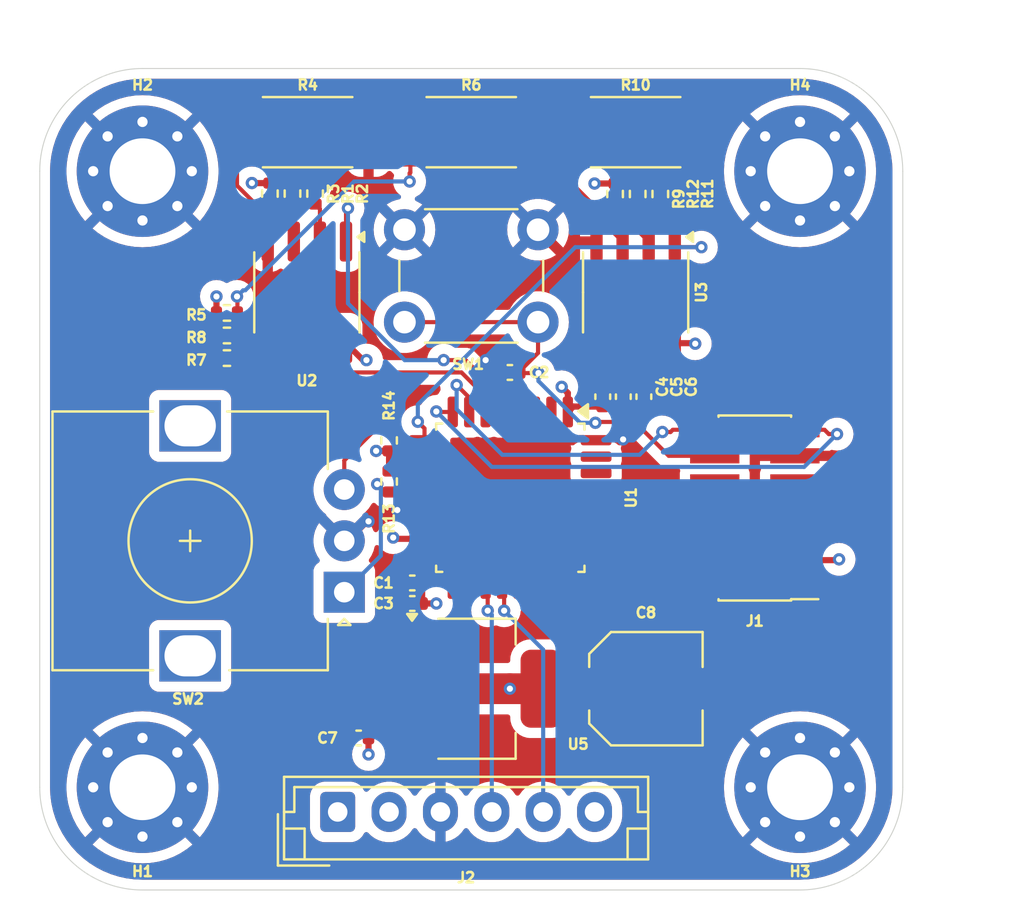
<source format=kicad_pcb>
(kicad_pcb (version 20240108) (generator "pcbnew") (generator_version "8.0")
  (layers (0 "F.Cu" signal) (1 "In1.Cu" signal) (2 "In2.Cu" signal) (31 "B.Cu" signal) (34 "B.Paste" user) (35 "F.Paste" user) (36 "B.SilkS" user "B.Silkscreen") (37 "F.SilkS" user "F.Silkscreen") (38 "B.Mask" user) (39 "F.Mask" user) (44 "Edge.Cuts" user))
  (net 0 "")
  (net 1 "GND")
  (net 2 "+3.3V")
  (net 3 "NRST")
  (net 4 "+5V")
  (net 6 "UART2_DEBUG_RX")
  (net 7 "SWDIO")
  (net 11 "UART2_DEBUG_TX")
  (net 13 "SWCLK")
  (net 15 "UART1_HC05_RX")
  (net 17 "UART1_HC05_TX")
  (net 18 "Net-(U2A--)")
  (net 19 "Net-(U2A-+)")
  (net 20 "Net-(U2B-+)")
  (net 21 "Net-(U2B--)")
  (net 22 "Net-(U3A-+)")
  (net 23 "Net-(U3A--)")
  (net 24 "CLK")
  (net 25 "DT")
  (net 32 "GPIO1")
  (net 40 "GPIO3")
  (net 41 "GPIO2")
  (footprint "Capacitor_SMD:C_0402_1005Metric" (layer "F.Cu") (at 124.4 80.98 90)
    (property "Reference" "C6" (at 0.48 2.3 90) (layer "F.SilkS") (effects (font (size 0.5 0.5) (thickness 0.125))))
    (property "Value" "100n")
    (pad "1" smd roundrect (at -0.48 0 90) (size 0.56 0.62) (layers "F.Cu" "F.Paste" "F.Mask") (net 2 "+3.3V"))
    (pad "2" smd roundrect (at 0.48 0 90) (size 0.56 0.62) (layers "F.Cu" "F.Paste" "F.Mask") (net 1 "GND"))
  )
  (footprint "Package_TO_SOT_SMD:SOT-223-3_TabPin2" (layer "F.Cu") (at 116.25 95.2)
    (property "Reference" "U5" (at 4.95 2.7 0) (layer "F.SilkS") (effects (font (size 0.5 0.5) (thickness 0.125))))
    (property "Value" "AZ1117-3.3")
    (pad "1" smd roundrect (at -3.15 -2.3) (size 2 1.5) (layers "F.Cu" "F.Paste" "F.Mask") (net 1 "GND"))
    (pad "2" smd roundrect (at -3.15 0) (size 2 1.5) (layers "F.Cu" "F.Paste" "F.Mask") (net 2 "+3.3V"))
    (pad "2" smd roundrect (at 3.15 0) (size 2 3.8) (layers "F.Cu" "F.Paste" "F.Mask") (net 2 "+3.3V"))
    (pad "3" smd roundrect (at -3.15 2.3) (size 2 1.5) (layers "F.Cu" "F.Paste" "F.Mask") (net 4 "+5V"))
  )
  (footprint "Button_Switch_THT:SW_PUSH_6mm_H9.5mm" (layer "F.Cu") (at 119.25 77.35 180)
    (property "Reference" "SW1" (at 3.4 -2.05 180) (layer "F.SilkS") (effects (font (size 0.5 0.5) (thickness 0.125))))
    (property "Value" "SW_SPST")
    (pad "1" thru_hole circle (at 0 0 270) (size 2 2) (drill 1.1) (layers "*.Cu" "*.Mask") (net 3 "NRST"))
    (pad "1" thru_hole circle (at 6.5 0 270) (size 2 2) (drill 1.1) (layers "*.Cu" "*.Mask") (net 3 "NRST"))
    (pad "2" thru_hole circle (at 0 4.5 270) (size 2 2) (drill 1.1) (layers "*.Cu" "*.Mask") (net 1 "GND"))
    (pad "2" thru_hole circle (at 6.5 4.5 270) (size 2 2) (drill 1.1) (layers "*.Cu" "*.Mask") (net 1 "GND"))
  )
  (footprint "Resistor_SMD:R_0402_1005Metric" (layer "F.Cu") (at 104.11 79.1 180)
    (property "Reference" "R7" (at 1.49 -0.1 360) (layer "F.SilkS") (effects (font (size 0.5 0.5) (thickness 0.125))))
    (property "Value" "200")
    (pad "1" smd roundrect (at -0.51 0 180) (size 0.54 0.64) (layers "F.Cu" "F.Paste" "F.Mask") (net 21 "Net-(U2B--)"))
    (pad "2" smd roundrect (at 0.51 0 180) (size 0.54 0.64) (layers "F.Cu" "F.Paste" "F.Mask") (net 1 "GND"))
  )
  (footprint "Package_SO:SOIC-8_3.9x4.9mm_P1.27mm" (layer "F.Cu") (at 108 75.9 -90)
    (property "Reference" "U2" (at 4.3 0 180) (layer "F.SilkS") (effects (font (size 0.5 0.5) (thickness 0.125))))
    (property "Value" "MCP602")
    (pad "1" smd roundrect (at -2.475 -1.905 270) (size 1.95 0.6) (layers "F.Cu" "F.Paste" "F.Mask") (net 32 "GPIO1"))
    (pad "2" smd roundrect (at -2.475 -0.635 270) (size 1.95 0.6) (layers "F.Cu" "F.Paste" "F.Mask") (net 18 "Net-(U2A--)"))
    (pad "3" smd roundrect (at -2.475 0.635 270) (size 1.95 0.6) (layers "F.Cu" "F.Paste" "F.Mask") (net 19 "Net-(U2A-+)"))
    (pad "4" smd roundrect (at -2.475 1.905 270) (size 1.95 0.6) (layers "F.Cu" "F.Paste" "F.Mask") (net 1 "GND"))
    (pad "5" smd roundrect (at 2.475 1.905 270) (size 1.95 0.6) (layers "F.Cu" "F.Paste" "F.Mask") (net 20 "Net-(U2B-+)"))
    (pad "6" smd roundrect (at 2.475 0.635 270) (size 1.95 0.6) (layers "F.Cu" "F.Paste" "F.Mask") (net 21 "Net-(U2B--)"))
    (pad "7" smd roundrect (at 2.475 -0.635 270) (size 1.95 0.6) (layers "F.Cu" "F.Paste" "F.Mask") (net 41 "GPIO2"))
    (pad "8" smd roundrect (at 2.475 -1.905 270) (size 1.95 0.6) (layers "F.Cu" "F.Paste" "F.Mask") (net 2 "+3.3V"))
  )
  (footprint "Capacitor_SMD:C_Elec_5x5.4" (layer "F.Cu") (at 124.5 95.2)
    (property "Reference" "C8" (at 0 -3.7 0) (layer "F.SilkS") (effects (font (size 0.5 0.5) (thickness 0.125))))
    (property "Value" "22u")
    (pad "1" smd roundrect (at -2.0625 0) (size 2.775 1.6) (layers "F.Cu" "F.Paste" "F.Mask") (roundrect_rratio 0.15625) (net 2 "+3.3V"))
    (pad "2" smd roundrect (at 2.0625 0) (size 2.775 1.6) (layers "F.Cu" "F.Paste" "F.Mask") (roundrect_rratio 0.15625) (net 1 "GND"))
  )
  (footprint "Resistor_SMD:R_2512_6332Metric" (layer "F.Cu") (at 116 68.1)
    (property "Reference" "R6" (at 0 -2.3 0) (layer "F.SilkS") (effects (font (size 0.5 0.5) (thickness 0.125))))
    (property "Value" "10k")
    (pad "1" smd roundrect (at -2.9625 0) (size 1.225 3.35) (layers "F.Cu" "F.Paste" "F.Mask") (roundrect_rratio 0.204082) (net 20 "Net-(U2B-+)"))
    (pad "2" smd roundrect (at 2.9625 0) (size 1.225 3.35) (layers "F.Cu" "F.Paste" "F.Mask") (roundrect_rratio 0.204082) (net 1 "GND"))
  )
  (footprint "Resistor_SMD:R_0402_1005Metric" (layer "F.Cu") (at 112 85.11 -90)
    (property "Reference" "R13" (at 1.81 0 90) (layer "F.SilkS") (effects (font (size 0.5 0.5) (thickness 0.125))))
    (property "Value" "10k")
    (pad "1" smd roundrect (at -0.51 0 270) (size 0.54 0.64) (layers "F.Cu" "F.Paste" "F.Mask") (net 4 "+5V"))
    (pad "2" smd roundrect (at 0.51 0 270) (size 0.54 0.64) (layers "F.Cu" "F.Paste" "F.Mask") (net 24 "CLK"))
  )
  (footprint "Package_SO:SOIC-8_3.9x4.9mm_P1.27mm" (layer "F.Cu") (at 124 75.9 -90)
    (property "Reference" "U3" (at 0 -3.2 90) (layer "F.SilkS") (effects (font (size 0.5 0.5) (thickness 0.125))))
    (property "Value" "MCP602")
    (pad "1" smd roundrect (at -2.475 -1.905 270) (size 1.95 0.6) (layers "F.Cu" "F.Paste" "F.Mask") (net 40 "GPIO3"))
    (pad "2" smd roundrect (at -2.475 -0.635 270) (size 1.95 0.6) (layers "F.Cu" "F.Paste" "F.Mask") (net 23 "Net-(U3A--)"))
    (pad "3" smd roundrect (at -2.475 0.635 270) (size 1.95 0.6) (layers "F.Cu" "F.Paste" "F.Mask") (net 22 "Net-(U3A-+)"))
    (pad "4" smd roundrect (at -2.475 1.905 270) (size 1.95 0.6) (layers "F.Cu" "F.Paste" "F.Mask") (net 1 "GND"))
    (pad "5" smd roundrect (at 2.475 1.905 270) (size 1.95 0.6) (layers "F.Cu" "F.Paste" "F.Mask"))
    (pad "6" smd roundrect (at 2.475 0.635 270) (size 1.95 0.6) (layers "F.Cu" "F.Paste" "F.Mask"))
    (pad "7" smd roundrect (at 2.475 -0.635 270) (size 1.95 0.6) (layers "F.Cu" "F.Paste" "F.Mask"))
    (pad "8" smd roundrect (at 2.475 -1.905 270) (size 1.95 0.6) (layers "F.Cu" "F.Paste" "F.Mask") (net 2 "+3.3V"))
  )
  (footprint "Resistor_SMD:R_0402_1005Metric" (layer "F.Cu") (at 112 83.11 90)
    (property "Reference" "R14" (at 1.69 0 90) (layer "F.SilkS") (effects (font (size 0.5 0.5) (thickness 0.125))))
    (property "Value" "10k")
    (pad "1" smd roundrect (at -0.51 0 90) (size 0.54 0.64) (layers "F.Cu" "F.Paste" "F.Mask") (net 4 "+5V"))
    (pad "2" smd roundrect (at 0.51 0 90) (size 0.54 0.64) (layers "F.Cu" "F.Paste" "F.Mask") (net 25 "DT"))
  )
  (footprint "Capacitor_SMD:C_0402_1005Metric" (layer "F.Cu") (at 117.88 79.8 180)
    (property "Reference" "C2" (at -1.42 0 360) (layer "F.SilkS") (effects (font (size 0.5 0.5) (thickness 0.125))))
    (property "Value" "0.1u")
    (pad "1" smd roundrect (at -0.48 0 180) (size 0.56 0.62) (layers "F.Cu" "F.Paste" "F.Mask") (net 3 "NRST"))
    (pad "2" smd roundrect (at 0.48 0 180) (size 0.56 0.62) (layers "F.Cu" "F.Paste" "F.Mask") (net 1 "GND"))
  )
  (footprint "Resistor_SMD:R_0402_1005Metric" (layer "F.Cu") (at 107.3 71.09 90)
    (property "Reference" "R1" (at -0.01 2.7 90) (layer "F.SilkS") (effects (font (size 0.5 0.5) (thickness 0.125))))
    (property "Value" "100")
    (pad "1" smd roundrect (at -0.51 0 90) (size 0.54 0.64) (layers "F.Cu" "F.Paste" "F.Mask") (net 18 "Net-(U2A--)"))
    (pad "2" smd roundrect (at 0.51 0 90) (size 0.54 0.64) (layers "F.Cu" "F.Paste" "F.Mask") (net 4 "+5V"))
  )
  (footprint "Capacitor_SMD:C_0402_1005Metric" (layer "F.Cu") (at 123.4 80.98 90)
    (property "Reference" "C5" (at 0.48 2.6 90) (layer "F.SilkS") (effects (font (size 0.5 0.5) (thickness 0.125))))
    (property "Value" "100n")
    (pad "1" smd roundrect (at -0.48 0 90) (size 0.56 0.62) (layers "F.Cu" "F.Paste" "F.Mask") (net 2 "+3.3V"))
    (pad "2" smd roundrect (at 0.48 0 90) (size 0.56 0.62) (layers "F.Cu" "F.Paste" "F.Mask") (net 1 "GND"))
  )
  (footprint "MountingHole:MountingHole_3.2mm_M3_Pad_Via" (layer "F.Cu") (at 100 100)
    (property "Reference" "H1" (at 0 4.1 0) (layer "F.SilkS") (effects (font (size 0.5 0.5) (thickness 0.125))))
    (property "Value" "MountingHole_Pad")
    (pad "1" thru_hole circle (at -2.4 0) (size 0.8 0.8) (drill 0.5) (layers "*.Cu" "*.Mask") (net 1 "GND"))
    (pad "1" thru_hole circle (at -1.697056 -1.697056) (size 0.8 0.8) (drill 0.5) (layers "*.Cu" "*.Mask") (net 1 "GND"))
    (pad "1" thru_hole circle (at -1.697056 1.697056) (size 0.8 0.8) (drill 0.5) (layers "*.Cu" "*.Mask") (net 1 "GND"))
    (pad "1" thru_hole circle (at 0 -2.4) (size 0.8 0.8) (drill 0.5) (layers "*.Cu" "*.Mask") (net 1 "GND"))
    (pad "1" thru_hole circle (at 0 0) (size 6.4 6.4) (drill 3.2) (layers "*.Cu" "*.Mask") (net 1 "GND"))
    (pad "1" thru_hole circle (at 0 2.4) (size 0.8 0.8) (drill 0.5) (layers "*.Cu" "*.Mask") (net 1 "GND"))
    (pad "1" thru_hole circle (at 1.697056 -1.697056) (size 0.8 0.8) (drill 0.5) (layers "*.Cu" "*.Mask") (net 1 "GND"))
    (pad "1" thru_hole circle (at 1.697056 1.697056) (size 0.8 0.8) (drill 0.5) (layers "*.Cu" "*.Mask") (net 1 "GND"))
    (pad "1" thru_hole circle (at 2.4 0) (size 0.8 0.8) (drill 0.5) (layers "*.Cu" "*.Mask") (net 1 "GND"))
  )
  (footprint "Resistor_SMD:R_0402_1005Metric" (layer "F.Cu") (at 104.11 76.9)
    (property "Reference" "R5" (at -1.49 0.1 360) (layer "F.SilkS") (effects (font (size 0.5 0.5) (thickness 0.125))))
    (property "Value" "4.7k")
    (pad "1" smd roundrect (at -0.51 0) (size 0.54 0.64) (layers "F.Cu" "F.Paste" "F.Mask") (net 4 "+5V"))
    (pad "2" smd roundrect (at 0.51 0) (size 0.54 0.64) (layers "F.Cu" "F.Paste" "F.Mask") (net 20 "Net-(U2B-+)"))
  )
  (footprint "Connector_JST:JST_EH_B6B-EH-A_1x06_P2.50mm_Vertical" (layer "F.Cu") (at 109.5 101.2)
    (property "Reference" "J2" (at 6.25 3.2 0) (layer "F.SilkS") (effects (font (size 0.5 0.5) (thickness 0.125))))
    (property "Value" "Conn_01x06")
    (pad "1" thru_hole roundrect (at 0 0) (size 1.7 1.95) (drill 0.95) (layers "*.Cu" "*.Mask") (roundrect_rratio 0.147059))
    (pad "2" thru_hole oval (at 2.5 0) (size 1.7 1.95) (drill 0.95) (layers "*.Cu" "*.Mask") (net 4 "+5V"))
    (pad "3" thru_hole oval (at 5 0) (size 1.7 1.95) (drill 0.95) (layers "*.Cu" "*.Mask") (net 1 "GND"))
    (pad "4" thru_hole oval (at 7.5 0) (size 1.7 1.95) (drill 0.95) (layers "*.Cu" "*.Mask") (net 17 "UART1_HC05_TX"))
    (pad "5" thru_hole oval (at 10 0) (size 1.7 1.95) (drill 0.95) (layers "*.Cu" "*.Mask") (net 15 "UART1_HC05_RX"))
    (pad "6" thru_hole oval (at 12.5 0) (size 1.7 1.95) (drill 0.95) (layers "*.Cu" "*.Mask"))
  )
  (footprint "Resistor_SMD:R_2512_6332Metric" (layer "F.Cu") (at 108.0375 68.1)
    (property "Reference" "R4" (at 0 -2.3 0) (layer "F.SilkS") (effects (font (size 0.5 0.5) (thickness 0.125))))
    (property "Value" "10k")
    (pad "1" smd roundrect (at -2.9625 0) (size 1.225 3.35) (layers "F.Cu" "F.Paste" "F.Mask") (roundrect_rratio 0.204082) (net 19 "Net-(U2A-+)"))
    (pad "2" smd roundrect (at 2.9625 0) (size 1.225 3.35) (layers "F.Cu" "F.Paste" "F.Mask") (roundrect_rratio 0.204082) (net 1 "GND"))
  )
  (footprint "Capacitor_SMD:C_0402_1005Metric" (layer "F.Cu") (at 113.13 91.05 180)
    (property "Reference" "C3" (at 1.4 0 360) (layer "F.SilkS") (effects (font (size 0.5 0.5) (thickness 0.125))))
    (property "Value" "10n")
    (pad "1" smd roundrect (at -0.48 0 180) (size 0.56 0.62) (layers "F.Cu" "F.Paste" "F.Mask") (net 2 "+3.3V"))
    (pad "2" smd roundrect (at 0.48 0 180) (size 0.56 0.62) (layers "F.Cu" "F.Paste" "F.Mask") (net 1 "GND"))
  )
  (footprint "Package_QFP:LQFP-32_7x7mm_P0.8mm" (layer "F.Cu") (at 117.9 85.9 -90)
    (property "Reference" "U1" (at 0 -5.88 90) (layer "F.SilkS") (effects (font (size 0.5 0.5) (thickness 0.125))))
    (property "Value" "STM32G431KBTx")
    (pad "1" smd roundrect (at -4.175 -2.8 270) (size 1.5 0.5) (layers "F.Cu" "F.Paste" "F.Mask") (net 2 "+3.3V"))
    (pad "2" smd roundrect (at -4.175 -2 270) (size 1.5 0.5) (layers "F.Cu" "F.Paste" "F.Mask"))
    (pad "3" smd roundrect (at -4.175 -1.2 270) (size 1.5 0.5) (layers "F.Cu" "F.Paste" "F.Mask"))
    (pad "4" smd roundrect (at -4.175 -0.4 270) (size 1.5 0.5) (layers "F.Cu" "F.Paste" "F.Mask") (net 3 "NRST"))
    (pad "5" smd roundrect (at -4.175 0.4 270) (size 1.5 0.5) (layers "F.Cu" "F.Paste" "F.Mask") (net 32 "GPIO1"))
    (pad "6" smd roundrect (at -4.175 1.2 270) (size 1.5 0.5) (layers "F.Cu" "F.Paste" "F.Mask") (net 41 "GPIO2"))
    (pad "7" smd roundrect (at -4.175 2 270) (size 1.5 0.5) (layers "F.Cu" "F.Paste" "F.Mask") (net 11 "UART2_DEBUG_TX"))
    (pad "8" smd roundrect (at -4.175 2.8 270) (size 1.5 0.5) (layers "F.Cu" "F.Paste" "F.Mask") (net 6 "UART2_DEBUG_RX"))
    (pad "9" smd roundrect (at -2.8 4.175 270) (size 0.5 1.5) (layers "F.Cu" "F.Paste" "F.Mask") (net 40 "GPIO3"))
    (pad "10" smd roundrect (at -2 4.175 270) (size 0.5 1.5) (layers "F.Cu" "F.Paste" "F.Mask") (net 25 "DT"))
    (pad "11" smd roundrect (at -1.2 4.175 270) (size 0.5 1.5) (layers "F.Cu" "F.Paste" "F.Mask") (net 24 "CLK"))
    (pad "12" smd roundrect (at -0.4 4.175 270) (size 0.5 1.5) (layers "F.Cu" "F.Paste" "F.Mask"))
    (pad "13" smd roundrect (at 0.4 4.175 270) (size 0.5 1.5) (layers "F.Cu" "F.Paste" "F.Mask"))
    (pad "14" smd roundrect (at 1.2 4.175 270) (size 0.5 1.5) (layers "F.Cu" "F.Paste" "F.Mask") (net 1 "GND"))
    (pad "15" smd roundrect (at 2 4.175 270) (size 0.5 1.5) (layers "F.Cu" "F.Paste" "F.Mask") (net 2 "+3.3V"))
    (pad "16" smd roundrect (at 2.8 4.175 270) (size 0.5 1.5) (layers "F.Cu" "F.Paste" "F.Mask") (net 1 "GND"))
    (pad "17" smd roundrect (at 4.175 2.8 270) (size 1.5 0.5) (layers "F.Cu" "F.Paste" "F.Mask") (net 2 "+3.3V"))
    (pad "18" smd roundrect (at 4.175 2 270) (size 1.5 0.5) (layers "F.Cu" "F.Paste" "F.Mask"))
    (pad "19" smd roundrect (at 4.175 1.2 270) (size 1.5 0.5) (layers "F.Cu" "F.Paste" "F.Mask") (net 17 "UART1_HC05_TX"))
    (pad "20" smd roundrect (at 4.175 0.4 270) (size 1.5 0.5) (layers "F.Cu" "F.Paste" "F.Mask") (net 15 "UART1_HC05_RX"))
    (pad "21" smd roundrect (at 4.175 -0.4 270) (size 1.5 0.5) (layers "F.Cu" "F.Paste" "F.Mask"))
    (pad "22" smd roundrect (at 4.175 -1.2 270) (size 1.5 0.5) (layers "F.Cu" "F.Paste" "F.Mask"))
    (pad "23" smd roundrect (at 4.175 -2 270) (size 1.5 0.5) (layers "F.Cu" "F.Paste" "F.Mask") (net 7 "SWDIO"))
    (pad "24" smd roundrect (at 4.175 -2.8 270) (size 1.5 0.5) (layers "F.Cu" "F.Paste" "F.Mask") (net 13 "SWCLK"))
    (pad "25" smd roundrect (at 2.8 -4.175 270) (size 0.5 1.5) (layers "F.Cu" "F.Paste" "F.Mask"))
    (pad "26" smd roundrect (at 2 -4.175 270) (size 0.5 1.5) (layers "F.Cu" "F.Paste" "F.Mask"))
    (pad "27" smd roundrect (at 1.2 -4.175 270) (size 0.5 1.5) (layers "F.Cu" "F.Paste" "F.Mask"))
    (pad "28" smd roundrect (at 0.4 -4.175 270) (size 0.5 1.5) (layers "F.Cu" "F.Paste" "F.Mask"))
    (pad "29" smd roundrect (at -0.4 -4.175 270) (size 0.5 1.5) (layers "F.Cu" "F.Paste" "F.Mask"))
    (pad "30" smd roundrect (at -1.2 -4.175 270) (size 0.5 1.5) (layers "F.Cu" "F.Paste" "F.Mask"))
    (pad "31" smd roundrect (at -2 -4.175 270) (size 0.5 1.5) (layers "F.Cu" "F.Paste" "F.Mask"))
    (pad "32" smd roundrect (at -2.8 -4.175 270) (size 0.5 1.5) (layers "F.Cu" "F.Paste" "F.Mask") (net 1 "GND"))
  )
  (footprint "Resistor_SMD:R_0402_1005Metric" (layer "F.Cu") (at 123 71.11 -90)
    (property "Reference" "R9" (at 0.24 -3.1 90) (layer "F.SilkS") (effects (font (size 0.5 0.5) (thickness 0.125))))
    (property "Value" "4.7k")
    (pad "1" smd roundrect (at -0.51 0 270) (size 0.54 0.64) (layers "F.Cu" "F.Paste" "F.Mask") (net 4 "+5V"))
    (pad "2" smd roundrect (at 0.51 0 270) (size 0.54 0.64) (layers "F.Cu" "F.Paste" "F.Mask") (net 22 "Net-(U3A-+)"))
  )
  (footprint "Resistor_SMD:R_0402_1005Metric" (layer "F.Cu") (at 125.2 71.11 90)
    (property "Reference" "R11" (at 0.01 2.3 90) (layer "F.SilkS") (effects (font (size 0.5 0.5) (thickness 0.125))))
    (property "Value" "200")
    (pad "1" smd roundrect (at -0.51 0 90) (size 0.54 0.64) (layers "F.Cu" "F.Paste" "F.Mask") (net 23 "Net-(U3A--)"))
    (pad "2" smd roundrect (at 0.51 0 90) (size 0.54 0.64) (layers "F.Cu" "F.Paste" "F.Mask") (net 1 "GND"))
  )
  (footprint "MountingHole:MountingHole_3.2mm_M3_Pad_Via" (layer "F.Cu") (at 100 70)
    (property "Reference" "H2" (at 0 -4.2 0) (layer "F.SilkS") (effects (font (size 0.5 0.5) (thickness 0.125))))
    (property "Value" "MountingHole_Pad")
    (pad "1" thru_hole circle (at -2.4 0) (size 0.8 0.8) (drill 0.5) (layers "*.Cu" "*.Mask") (net 1 "GND"))
    (pad "1" thru_hole circle (at -1.697056 -1.697056) (size 0.8 0.8) (drill 0.5) (layers "*.Cu" "*.Mask") (net 1 "GND"))
    (pad "1" thru_hole circle (at -1.697056 1.697056) (size 0.8 0.8) (drill 0.5) (layers "*.Cu" "*.Mask") (net 1 "GND"))
    (pad "1" thru_hole circle (at 0 -2.4) (size 0.8 0.8) (drill 0.5) (layers "*.Cu" "*.Mask") (net 1 "GND"))
    (pad "1" thru_hole circle (at 0 0) (size 6.4 6.4) (drill 3.2) (layers "*.Cu" "*.Mask") (net 1 "GND"))
    (pad "1" thru_hole circle (at 0 2.4) (size 0.8 0.8) (drill 0.5) (layers "*.Cu" "*.Mask") (net 1 "GND"))
    (pad "1" thru_hole circle (at 1.697056 -1.697056) (size 0.8 0.8) (drill 0.5) (layers "*.Cu" "*.Mask") (net 1 "GND"))
    (pad "1" thru_hole circle (at 1.697056 1.697056) (size 0.8 0.8) (drill 0.5) (layers "*.Cu" "*.Mask") (net 1 "GND"))
    (pad "1" thru_hole circle (at 2.4 0) (size 0.8 0.8) (drill 0.5) (layers "*.Cu" "*.Mask") (net 1 "GND"))
  )
  (footprint "Resistor_SMD:R_0402_1005Metric" (layer "F.Cu") (at 106.2 71.09 -90)
    (property "Reference" "R3" (at 0.01 -3.1 90) (layer "F.SilkS") (effects (font (size 0.5 0.5) (thickness 0.125))))
    (property "Value" "4.7k")
    (pad "1" smd roundrect (at -0.51 0 270) (size 0.54 0.64) (layers "F.Cu" "F.Paste" "F.Mask") (net 4 "+5V"))
    (pad "2" smd roundrect (at 0.51 0 270) (size 0.54 0.64) (layers "F.Cu" "F.Paste" "F.Mask") (net 19 "Net-(U2A-+)"))
  )
  (footprint "MountingHole:MountingHole_3.2mm_M3_Pad_Via" (layer "F.Cu") (at 132 100)
    (property "Reference" "H3" (at 0 4.1 0) (layer "F.SilkS") (effects (font (size 0.5 0.5) (thickness 0.125))))
    (property "Value" "MountingHole_Pad")
    (pad "1" thru_hole circle (at -2.4 0) (size 0.8 0.8) (drill 0.5) (layers "*.Cu" "*.Mask") (net 1 "GND"))
    (pad "1" thru_hole circle (at -1.697056 -1.697056) (size 0.8 0.8) (drill 0.5) (layers "*.Cu" "*.Mask") (net 1 "GND"))
    (pad "1" thru_hole circle (at -1.697056 1.697056) (size 0.8 0.8) (drill 0.5) (layers "*.Cu" "*.Mask") (net 1 "GND"))
    (pad "1" thru_hole circle (at 0 -2.4) (size 0.8 0.8) (drill 0.5) (layers "*.Cu" "*.Mask") (net 1 "GND"))
    (pad "1" thru_hole circle (at 0 0) (size 6.4 6.4) (drill 3.2) (layers "*.Cu" "*.Mask") (net 1 "GND"))
    (pad "1" thru_hole circle (at 0 2.4) (size 0.8 0.8) (drill 0.5) (layers "*.Cu" "*.Mask") (net 1 "GND"))
    (pad "1" thru_hole circle (at 1.697056 -1.697056) (size 0.8 0.8) (drill 0.5) (layers "*.Cu" "*.Mask") (net 1 "GND"))
    (pad "1" thru_hole circle (at 1.697056 1.697056) (size 0.8 0.8) (drill 0.5) (layers "*.Cu" "*.Mask") (net 1 "GND"))
    (pad "1" thru_hole circle (at 2.4 0) (size 0.8 0.8) (drill 0.5) (layers "*.Cu" "*.Mask") (net 1 "GND"))
  )
  (footprint "Resistor_SMD:R_0402_1005Metric" (layer "F.Cu") (at 108.4 71.09 90)
    (property "Reference" "R2" (at -0.01 2.3 90) (layer "F.SilkS") (effects (font (size 0.5 0.5) (thickness 0.125))))
    (property "Value" "200")
    (pad "1" smd roundrect (at -0.51 0 90) (size 0.54 0.64) (layers "F.Cu" "F.Paste" "F.Mask") (net 18 "Net-(U2A--)"))
    (pad "2" smd roundrect (at 0.51 0 90) (size 0.54 0.64) (layers "F.Cu" "F.Paste" "F.Mask") (net 1 "GND"))
  )
  (footprint "Resistor_SMD:R_0402_1005Metric" (layer "F.Cu") (at 104.11 78 180)
    (property "Reference" "R8" (at 1.49 -0.1 360) (layer "F.SilkS") (effects (font (size 0.5 0.5) (thickness 0.125))))
    (property "Value" "100")
    (pad "1" smd roundrect (at -0.51 0 180) (size 0.54 0.64) (layers "F.Cu" "F.Paste" "F.Mask") (net 21 "Net-(U2B--)"))
    (pad "2" smd roundrect (at 0.51 0 180) (size 0.54 0.64) (layers "F.Cu" "F.Paste" "F.Mask") (net 4 "+5V"))
  )
  (footprint "Rotary_Encoder:RotaryEncoder_Alps_EC12E_Vertical_H20mm" (layer "F.Cu") (at 109.82 90.5 180)
    (property "Reference" "SW2" (at 7.6 -5.2 360) (layer "F.SilkS") (effects (font (size 0.5 0.5) (thickness 0.125))))
    (property "Value" "RotaryEncoder")
    (pad "A" thru_hole rect (at 0 0 180) (size 2 2) (drill 1) (layers "*.Cu" "*.Mask") (net 24 "CLK"))
    (pad "B" thru_hole circle (at 0 5 180) (size 2 2) (drill 1) (layers "*.Cu" "*.Mask") (net 25 "DT"))
    (pad "C" thru_hole circle (at 0 2.5 180) (size 2 2) (drill 1) (layers "*.Cu" "*.Mask") (net 1 "GND"))
    (pad "MP" thru_hole rect (at 7.5 -3.1 180) (size 3 2.5) (drill oval 2.5 2) (layers "*.Cu" "*.Mask"))
    (pad "MP" thru_hole rect (at 7.5 8.1 180) (size 3 2.5) (drill oval 2.5 2) (layers "*.Cu" "*.Mask"))
  )
  (footprint "Capacitor_SMD:C_0402_1005Metric" (layer "F.Cu") (at 113.13 90.05 180)
    (property "Reference" "C1" (at 1.4 0 360) (layer "F.SilkS") (effects (font (size 0.5 0.5) (thickness 0.125))))
    (property "Value" "1u")
    (pad "1" smd roundrect (at -0.48 0 180) (size 0.56 0.62) (layers "F.Cu" "F.Paste" "F.Mask") (net 2 "+3.3V"))
    (pad "2" smd roundrect (at 0.48 0 180) (size 0.56 0.62) (layers "F.Cu" "F.Paste" "F.Mask") (net 1 "GND"))
  )
  (footprint "Capacitor_SMD:C_0402_1005Metric" (layer "F.Cu") (at 122.4 80.98 90)
    (property "Reference" "C4" (at 0.48 2.9 90) (layer "F.SilkS") (effects (font (size 0.5 0.5) (thickness 0.125))))
    (property "Value" "4u7")
    (pad "1" smd roundrect (at -0.48 0 90) (size 0.56 0.62) (layers "F.Cu" "F.Paste" "F.Mask") (net 2 "+3.3V"))
    (pad "2" smd roundrect (at 0.48 0 90) (size 0.56 0.62) (layers "F.Cu" "F.Paste" "F.Mask") (net 1 "GND"))
  )
  (footprint "MountingHole:MountingHole_3.2mm_M3_Pad_Via" (layer "F.Cu") (at 132 70)
    (property "Reference" "H4" (at 0 -4.2 0) (layer "F.SilkS") (effects (font (size 0.5 0.5) (thickness 0.125))))
    (property "Value" "MountingHole_Pad")
    (pad "1" thru_hole circle (at -2.4 0) (size 0.8 0.8) (drill 0.5) (layers "*.Cu" "*.Mask") (net 1 "GND"))
    (pad "1" thru_hole circle (at -1.697056 -1.697056) (size 0.8 0.8) (drill 0.5) (layers "*.Cu" "*.Mask") (net 1 "GND"))
    (pad "1" thru_hole circle (at -1.697056 1.697056) (size 0.8 0.8) (drill 0.5) (layers "*.Cu" "*.Mask") (net 1 "GND"))
    (pad "1" thru_hole circle (at 0 -2.4) (size 0.8 0.8) (drill 0.5) (layers "*.Cu" "*.Mask") (net 1 "GND"))
    (pad "1" thru_hole circle (at 0 0) (size 6.4 6.4) (drill 3.2) (layers "*.Cu" "*.Mask") (net 1 "GND"))
    (pad "1" thru_hole circle (at 0 2.4) (size 0.8 0.8) (drill 0.5) (layers "*.Cu" "*.Mask") (net 1 "GND"))
    (pad "1" thru_hole circle (at 1.697056 -1.697056) (size 0.8 0.8) (drill 0.5) (layers "*.Cu" "*.Mask") (net 1 "GND"))
    (pad "1" thru_hole circle (at 1.697056 1.697056) (size 0.8 0.8) (drill 0.5) (layers "*.Cu" "*.Mask") (net 1 "GND"))
    (pad "1" thru_hole circle (at 2.4 0) (size 0.8 0.8) (drill 0.5) (layers "*.Cu" "*.Mask") (net 1 "GND"))
  )
  (footprint "Resistor_SMD:R_0402_1005Metric" (layer "F.Cu") (at 124.1 71.11 90)
    (property "Reference" "R12" (at 0 2.7 90) (layer "F.SilkS") (effects (font (size 0.5 0.5) (thickness 0.125))))
    (property "Value" "100")
    (pad "1" smd roundrect (at -0.51 0 90) (size 0.54 0.64) (layers "F.Cu" "F.Paste" "F.Mask") (net 23 "Net-(U3A--)"))
    (pad "2" smd roundrect (at 0.51 0 90) (size 0.54 0.64) (layers "F.Cu" "F.Paste" "F.Mask") (net 4 "+5V"))
  )
  (footprint "Capacitor_SMD:C_0402_1005Metric" (layer "F.Cu") (at 110.52 97.6 180)
    (property "Reference" "C7" (at 1.52 0 360) (layer "F.SilkS") (effects (font (size 0.5 0.5) (thickness 0.125))))
    (property "Value" "10u")
    (pad "1" smd roundrect (at -0.48 0 180) (size 0.56 0.62) (layers "F.Cu" "F.Paste" "F.Mask") (net 4 "+5V"))
    (pad "2" smd roundrect (at 0.48 0 180) (size 0.56 0.62) (layers "F.Cu" "F.Paste" "F.Mask") (net 1 "GND"))
  )
  (footprint "Resistor_SMD:R_2512_6332Metric" (layer "F.Cu") (at 124 68.1)
    (property "Reference" "R10" (at 0 -2.3 0) (layer "F.SilkS") (effects (font (size 0.5 0.5) (thickness 0.125))))
    (property "Value" "10k")
    (pad "1" smd roundrect (at -2.9625 0) (size 1.225 3.35) (layers "F.Cu" "F.Paste" "F.Mask") (roundrect_rratio 0.204082) (net 22 "Net-(U3A-+)"))
    (pad "2" smd roundrect (at 2.9625 0) (size 1.225 3.35) (layers "F.Cu" "F.Paste" "F.Mask") (roundrect_rratio 0.204082) (net 1 "GND"))
  )
  (footprint "Connector_PinHeader_1.27mm:PinHeader_2x07_P1.27mm_Vertical_SMD" (layer "F.Cu") (at 129.8 86.4 180)
    (property "Reference" "J1" (at 0 -5.505 360) (layer "F.SilkS") (effects (font (size 0.5 0.5) (thickness 0.125))))
    (property "Value" "Conn_ST_STDC14")
    (pad "1" smd rect (at -1.95 -3.81 180) (size 2.4 0.74) (layers "F.Cu" "F.Paste" "F.Mask"))
    (pad "2" smd rect (at 1.95 -3.81 180) (size 2.4 0.74) (layers "F.Cu" "F.Paste" "F.Mask"))
    (pad "3" smd rect (at -1.95 -2.54 180) (size 2.4 0.74) (layers "F.Cu" "F.Paste" "F.Mask") (net 2 "+3.3V"))
    (pad "4" smd rect (at 1.95 -2.54 180) (size 2.4 0.74) (layers "F.Cu" "F.Paste" "F.Mask") (net 7 "SWDIO"))
    (pad "5" smd rect (at -1.95 -1.27 180) (size 2.4 0.74) (layers "F.Cu" "F.Paste" "F.Mask") (net 1 "GND"))
    (pad "6" smd rect (at 1.95 -1.27 180) (size 2.4 0.74) (layers "F.Cu" "F.Paste" "F.Mask") (net 13 "SWCLK"))
    (pad "7" smd rect (at -1.95 0 180) (size 2.4 0.74) (layers "F.Cu" "F.Paste" "F.Mask") (net 1 "GND"))
    (pad "8" smd rect (at 1.95 0 180) (size 2.4 0.74) (layers "F.Cu" "F.Paste" "F.Mask"))
    (pad "9" smd rect (at -1.95 1.27 180) (size 2.4 0.74) (layers "F.Cu" "F.Paste" "F.Mask"))
    (pad "10" smd rect (at 1.95 1.27 180) (size 2.4 0.74) (layers "F.Cu" "F.Paste" "F.Mask"))
    (pad "11" smd rect (at -1.95 2.54 180) (size 2.4 0.74) (layers "F.Cu" "F.Paste" "F.Mask") (net 1 "GND"))
    (pad "12" smd rect (at 1.95 2.54 180) (size 2.4 0.74) (layers "F.Cu" "F.Paste" "F.Mask") (net 3 "NRST"))
    (pad "13" smd rect (at -1.95 3.81 180) (size 2.4 0.74) (layers "F.Cu" "F.Paste" "F.Mask") (net 6 "UART2_DEBUG_RX"))
    (pad "14" smd rect (at 1.95 3.81 180) (size 2.4 0.74) (layers "F.Cu" "F.Paste" "F.Mask") (net 11 "UART2_DEBUG_TX"))
  )
  (gr_arc (start 137 100) (mid 135.535534 103.535534) (end 132 105) (stroke (width 0.05)) (layer "Edge.Cuts"))
  (gr_line (start 132 65) (end 100 65) (stroke (width 0.05)) (layer "Edge.Cuts"))
  (gr_arc (start 100 105) (mid 96.464466 103.535534) (end 95 100) (stroke (width 0.05)) (layer "Edge.Cuts"))
  (gr_line (start 100 105) (end 132 105) (stroke (width 0.05)) (layer "Edge.Cuts"))
  (gr_arc (start 132 65) (mid 135.535534 66.464466) (end 137 70) (stroke (width 0.05)) (layer "Edge.Cuts"))
  (gr_line (start 137 100) (end 137 70) (stroke (width 0.05)) (layer "Edge.Cuts"))
  (gr_arc (start 95 70) (mid 96.464466 66.464466) (end 100 65) (stroke (width 0.05)) (layer "Edge.Cuts"))
  (gr_line (start 95 70) (end 95 100) (stroke (width 0.05)) (layer "Edge.Cuts"))
  (segment (start 117.3 79.8) (end 116.7 79.2) (width 0.2) (layer "F.Cu") (net 1))
  (segment (start 113.48 88.7) (end 113.33 88.85) (width 0.2) (layer "F.Cu") (net 1))
  (segment (start 111 87.049725) (end 110.049725 88) (width 0.2) (layer "F.Cu") (net 1))
  (segment (start 123.35 83.1) (end 123.39 83.06) (width 0.2) (layer "F.Cu") (net 1))
  (segment (start 112.4 86.5) (end 113 87.1) (width 0.2) (layer "F.Cu") (net 1))
  (segment (start 113 87.1) (end 113.725 87.1) (width 0.2) (layer "F.Cu") (net 1))
  (segment (start 113.725 88.7) (end 113.48 88.7) (width 0.2) (layer "F.Cu") (net 1))
  (segment (start 122.075 83.1) (end 123.35 83.1) (width 0.2) (layer "F.Cu") (net 1))
  (segment (start 109.5 88) (end 110.1 88) (width 0.2) (layer "F.Cu") (net 1))
  (segment (start 110.049725 88) (end 109.82 88) (width 0.2) (layer "F.Cu") (net 1))
  (segment (start 117.4 79.8) (end 117.3 79.8) (width 0.2) (layer "F.Cu") (net 1))
  (segment (start 113.725 88.7) (end 113.7 88.7) (width 0.2) (layer "F.Cu") (net 1))
  (via (at 116.7 79.2) (size 0.6) (drill 0.3) (layers "F.Cu" "B.Cu") (net 1))
  (via (at 111 87.049725) (size 0.6) (drill 0.3) (layers "F.Cu" "B.Cu") (net 1))
  (via (at 123.39 83.06) (size 0.6) (drill 0.3) (layers "F.Cu" "B.Cu") (net 1))
  (via (at 112.4 86.5) (size 0.6) (drill 0.3) (layers "F.Cu" "B.Cu") (net 1))
  (segment (start 115.1 90.075) (end 113.635 90.075) (width 0.3) (layer "F.Cu") (net 2))
  (segment (start 110.9 79.2) (end 110.73 79.2) (width 0.3) (layer "F.Cu") (net 2))
  (segment (start 110.73 79.2) (end 109.905 78.375) (width 0.3) (layer "F.Cu") (net 2))
  (segment (start 113.725 87.9) (end 113.5 87.9) (width 0.3) (layer "F.Cu") (net 2))
  (segment (start 113.5 87.9) (end 113.4 88) (width 0.3) (layer "F.Cu") (net 2))
  (segment (start 113.61 91.05) (end 113.61 90.05) (width 0.3) (layer "F.Cu") (net 2))
  (segment (start 117.88 95.2) (end 119.4 95.2) (width 1.5) (layer "F.Cu") (net 2))
  (segment (start 112.2 87.84) (end 112.26 87.9) (width 0.3) (layer "F.Cu") (net 2))
  (segment (start 120.965 81.46) (end 120.7 81.725) (width 0.3) (layer "F.Cu") (net 2))
  (segment (start 119.4 95.2) (end 122.4375 95.2) (width 1.5) (layer "F.Cu") (net 2))
  (segment (start 126.875 78.375) (end 126.9 78.4) (width 0.3) (layer "F.Cu") (net 2))
  (segment (start 113.635 90.075) (end 113.61 90.05) (width 0.3) (layer "F.Cu") (net 2))
  (segment (start 113.61 91.05) (end 114.3 91.05) (width 0.3) (layer "F.Cu") (net 2))
  (segment (start 120.7 81.725) (end 120.7 80.8) (width 0.3) (layer "F.Cu") (net 2))
  (segment (start 122.4 81.46) (end 120.965 81.46) (width 0.3) (layer "F.Cu") (net 2))
  (segment (start 112.26 87.9) (end 113.725 87.9) (width 0.3) (layer "F.Cu") (net 2))
  (segment (start 131.75 88.94) (end 133.86 88.94) (width 0.3) (layer "F.Cu") (net 2))
  (segment (start 124.4 81.46) (end 123.4 81.46) (width 0.3) (layer "F.Cu") (net 2))
  (segment (start 113.1 95.2) (end 117.88 95.2) (width 1.5) (layer "F.Cu") (net 2))
  (segment (start 123.4 81.46) (end 122.4 81.46) (width 0.3) (layer "F.Cu") (net 2))
  (segment (start 133.86 88.94) (end 133.9 88.9) (width 0.3) (layer "F.Cu") (net 2))
  (segment (start 125.905 78.375) (end 126.875 78.375) (width 0.3) (layer "F.Cu") (net 2))
  (segment (start 120.7 80.8) (end 120.4 80.5) (width 0.3) (layer "F.Cu") (net 2))
  (via (at 133.9 88.9) (size 0.6) (drill 0.3) (layers "F.Cu" "B.Cu") (net 2))
  (via (at 117.88 95.2) (size 0.6) (drill 0.3) (layers "F.Cu" "B.Cu") (net 2))
  (via (at 126.9 78.4) (size 0.6) (drill 0.3) (layers "F.Cu" "B.Cu") (net 2))
  (via (at 120.4 80.5) (size 0.6) (drill 0.3) (layers "F.Cu" "B.Cu") (net 2))
  (via (at 114.3 91.05) (size 0.6) (drill 0.3) (layers "F.Cu" "B.Cu") (net 2))
  (via (at 110.9 79.2) (size 0.6) (drill 0.3) (layers "F.Cu" "B.Cu") (net 2))
  (via (at 112.2 87.84) (size 0.6) (drill 0.3) (layers "F.Cu" "B.Cu") (net 2))
  (segment (start 125.611471 83.86) (end 123.961471 82.21) (width 0.2) (layer "F.Cu") (net 3))
  (segment (start 118.3 79.86) (end 118.36 79.8) (width 0.2) (layer "F.Cu") (net 3))
  (segment (start 118.36 79.8) (end 118.36 79.74) (width 0.2) (layer "F.Cu") (net 3))
  (segment (start 118.39 79.83) (end 118.36 79.8) (width 0.2) (layer "F.Cu") (net 3))
  (segment (start 112.75 77.35) (end 119.25 77.35) (width 0.2) (layer "F.Cu") (net 3))
  (segment (start 122.08 82.21) (end 122.04 82.25) (width 0.2) (layer "F.Cu") (net 3))
  (segment (start 123.961471 82.21) (end 122.08 82.21) (width 0.2) (layer "F.Cu") (net 3))
  (segment (start 127.85 83.86) (end 125.611471 83.86) (width 0.2) (layer "F.Cu") (net 3))
  (segment (start 118.3 81.725) (end 118.3 79.86) (width 0.2) (layer "F.Cu") (net 3))
  (segment (start 119.27 79.83) (end 118.39 79.83) (width 0.2) (layer "F.Cu") (net 3))
  (segment (start 119.25 78.85) (end 119.25 77.35) (width 0.2) (layer "F.Cu") (net 3))
  (segment (start 118.36 79.74) (end 119.25 78.85) (width 0.2) (layer "F.Cu") (net 3))
  (via (at 119.27 79.83) (size 0.6) (drill 0.3) (layers "F.Cu" "B.Cu") (net 3))
  (via (at 122.04 82.25) (size 0.6) (drill 0.3) (layers "F.Cu" "B.Cu") (net 3))
  (segment (start 119.27 80.218529) (end 119.27 79.83) (width 0.2) (layer "B.Cu") (net 3))
  (segment (start 122.04 82.25) (end 121.301471 82.25) (width 0.2) (layer "B.Cu") (net 3))
  (segment (start 121.301471 82.25) (end 119.27 80.218529) (width 0.2) (layer "B.Cu") (net 3))
  (segment (start 103.6 76.9) (end 103.6 76.1) (width 0.3) (layer "F.Cu") (net 4))
  (segment (start 111 97.6) (end 111 98.4) (width 0.3) (layer "F.Cu") (net 4))
  (segment (start 105.32853 70.58) (end 105.324265 70.575735) (width 0.3) (layer "F.Cu") (net 4))
  (segment (start 123 70.6) (end 122 70.6) (width 0.3) (layer "F.Cu") (net 4))
  (segment (start 106.2 70.58) (end 105.32853 70.58) (width 0.3) (layer "F.Cu") (net 4))
  (segment (start 107.3 70.58) (end 106.2 70.58) (width 0.3) (layer "F.Cu") (net 4))
  (segment (start 111.37 83.62) (end 112 83.62) (width 0.3) (layer "F.Cu") (net 4))
  (segment (start 112 84.6) (end 112 83.62) (width 0.3) (layer "F.Cu") (net 4))
  (segment (start 113.1 97.5) (end 111.1 97.5) (width 0.3) (layer "F.Cu") (net 4))
  (segment (start 103.6 78) (end 103.6 76.9) (width 0.3) (layer "F.Cu") (net 4))
  (segment (start 111 97.6) (end 111.1 97.5) (width 0.3) (layer "F.Cu") (net 4))
  (segment (start 124.1 70.6) (end 123 70.6) (width 0.3) (layer "F.Cu") (net 4))
  (via (at 105.324265 70.575735) (size 0.6) (drill 0.3) (layers "F.Cu" "B.Cu") (net 4))
  (via (at 103.6 76.1) (size 0.6) (drill 0.3) (layers "F.Cu" "B.Cu") (net 4))
  (via (at 122 70.6) (size 0.6) (drill 0.3) (layers "F.Cu" "B.Cu") (net 4))
  (via (at 111 98.4) (size 0.6) (drill 0.3) (layers "F.Cu" "B.Cu") (net 4))
  (via (at 111.37 83.62) (size 0.6) (drill 0.3) (layers "F.Cu" "B.Cu") (net 4))
  (segment (start 133.4 82.8) (end 133.19 82.59) (width 0.2) (layer "F.Cu") (net 6))
  (segment (start 115.1 81.725) (end 114.325 81.725) (width 0.2) (layer "F.Cu") (net 6))
  (segment (start 114.325 81.725) (end 114.3 81.7) (width 0.2) (layer "F.Cu") (net 6))
  (segment (start 133.19 82.59) (end 131.75 82.59) (width 0.2) (layer "F.Cu") (net 6))
  (segment (start 133.8 82.8) (end 133.4 82.8) (width 0.2) (layer "F.Cu") (net 6))
  (via (at 133.8 82.8) (size 0.6) (drill 0.3) (layers "F.Cu" "B.Cu") (net 6))
  (via (at 114.3 81.7) (size 0.6) (drill 0.3) (layers "F.Cu" "B.Cu") (net 6))
  (segment (start 117 84.4) (end 132.2 84.4) (width 0.2) (layer "B.Cu") (net 6))
  (segment (start 132.2 84.4) (end 133.8 82.8) (width 0.2) (layer "B.Cu") (net 6))
  (segment (start 114.3 81.7) (end 117 84.4) (width 0.2) (layer "B.Cu") (net 6))
  (segment (start 123.96 92) (end 121.075001 92) (width 0.2) (layer "F.Cu") (net 7))
  (segment (start 127.02 88.94) (end 123.96 92) (width 0.2) (layer "F.Cu") (net 7))
  (segment (start 119.9 90.824999) (end 119.9 90.075) (width 0.2) (layer "F.Cu") (net 7))
  (segment (start 121.075001 92) (end 119.9 90.824999) (width 0.2) (layer "F.Cu") (net 7))
  (segment (start 127.85 88.94) (end 127.02 88.94) (width 0.2) (layer "F.Cu") (net 7))
  (segment (start 125.3 82.7) (end 125.7 82.7) (width 0.2) (layer "F.Cu") (net 11))
  (segment (start 125.81 82.59) (end 127.85 82.59) (width 0.2) (layer "F.Cu") (net 11))
  (segment (start 125.7 82.7) (end 125.81 82.59) (width 0.2) (layer "F.Cu") (net 11))
  (segment (start 115.9 81.725) (end 115.9 81.02353) (width 0.2) (layer "F.Cu") (net 11))
  (segment (start 115.9 81.02353) (end 115.288235 80.411765) (width 0.2) (layer "F.Cu") (net 11))
  (via (at 125.3 82.7) (size 0.6) (drill 0.3) (layers "F.Cu" "B.Cu") (net 11))
  (via (at 115.288235 80.411765) (size 0.6) (drill 0.3) (layers "F.Cu" "B.Cu") (net 11))
  (segment (start 124.19 83.81) (end 125.3 82.7) (width 0.2) (layer "B.Cu") (net 11))
  (segment (start 117.51 83.81) (end 124.19 83.81) (width 0.2) (layer "B.Cu") (net 11))
  (segment (start 115.288235 80.411765) (end 115.288235 81.588235) (width 0.2) (layer "B.Cu") (net 11))
  (segment (start 115.288235 81.588235) (end 117.51 83.81) (width 0.2) (layer "B.Cu") (net 11))
  (segment (start 124.615 90.075) (end 120.7 90.075) (width 0.2) (layer "F.Cu") (net 13))
  (segment (start 127.85 87.67) (end 127.02 87.67) (width 0.2) (layer "F.Cu") (net 13))
  (segment (start 127.02 87.67) (end 124.615 90.075) (width 0.2) (layer "F.Cu") (net 13))
  (segment (start 117.6 91.4) (end 117.6 90.175) (width 0.2) (layer "F.Cu") (net 15))
  (segment (start 117.6 90.175) (end 117.5 90.075) (width 0.2) (layer "F.Cu") (net 15))
  (via (at 117.6 91.4) (size 0.6) (drill 0.3) (layers "F.Cu" "B.Cu") (net 15))
  (segment (start 119.5 101.2) (end 119.5 93.3) (width 0.2) (layer "B.Cu") (net 15))
  (segment (start 119.5 93.3) (end 117.6 91.4) (width 0.2) (layer "B.Cu") (net 15))
  (segment (start 116.8 91.4) (end 116.8 90.175) (width 0.2) (layer "F.Cu") (net 17))
  (segment (start 116.8 90.175) (end 116.7 90.075) (width 0.2) (layer "F.Cu") (net 17))
  (via (at 116.8 91.4) (size 0.6) (drill 0.3) (layers "F.Cu" "B.Cu") (net 17))
  (segment (start 117 91.6) (end 116.8 91.4) (width 0.2) (layer "B.Cu") (net 17))
  (segment (start 117 101.2) (end 117 91.6) (width 0.2) (layer "B.Cu") (net 17))
  (segment (start 108.4 71.6) (end 107.3 71.6) (width 0.2) (layer "F.Cu") (net 18))
  (segment (start 108.635 71.835) (end 108.4 71.6) (width 0.2) (layer "F.Cu") (net 18))
  (segment (start 108.635 73.425) (end 108.635 71.835) (width 0.2) (layer "F.Cu") (net 18))
  (segment (start 104.6 68.575) (end 104.6 70.7) (width 0.2) (layer "F.Cu") (net 19))
  (segment (start 106.2 71.6) (end 106.3 71.6) (width 0.2) (layer "F.Cu") (net 19))
  (segment (start 105.5 71.6) (end 106.2 71.6) (width 0.2) (layer "F.Cu") (net 19))
  (segment (start 105.075 68.1) (end 104.6 68.575) (width 0.2) (layer "F.Cu") (net 19))
  (segment (start 104.6 70.7) (end 105.5 71.6) (width 0.2) (layer "F.Cu") (net 19))
  (segment (start 106.3 71.6) (end 107.365 72.665) (width 0.2) (layer "F.Cu") (net 19))
  (segment (start 107.365 72.665) (end 107.365 73.425) (width 0.2) (layer "F.Cu") (net 19))
  (segment (start 113 70.5) (end 113 70.1) (width 0.2) (layer "F.Cu") (net 20))
  (segment (start 104.62 76.12) (end 104.6 76.1) (width 0.2) (layer "F.Cu") (net 20))
  (segment (start 113 70.1) (end 113.0375 70.0625) (width 0.2) (layer "F.Cu") (net 20))
  (segment (start 104.62 76.9) (end 106.095 78.375) (width 0.2) (layer "F.Cu") (net 20))
  (segment (start 104.62 76.9) (end 104.62 76.12) (width 0.2) (layer "F.Cu") (net 20))
  (segment (start 113.0375 70.0625) (end 113.0375 68.1) (width 0.2) (layer "F.Cu") (net 20))
  (via (at 113 70.5) (size 0.6) (drill 0.3) (layers "F.Cu" "B.Cu") (net 20))
  (via (at 104.6 76.1) (size 0.6) (drill 0.3) (layers "F.Cu" "B.Cu") (net 20))
  (segment (start 104.6 76.1) (end 104.9 75.8) (width 0.2) (layer "B.Cu") (net 20))
  (segment (start 110.3 70.5) (end 113 70.5) (width 0.2) (layer "B.Cu") (net 20))
  (segment (start 105 75.8) (end 110.3 70.5) (width 0.2) (layer "B.Cu") (net 20))
  (segment (start 104.9 75.8) (end 105 75.8) (width 0.2) (layer "B.Cu") (net 20))
  (segment (start 105.17 79.65) (end 106.95 79.65) (width 0.2) (layer "F.Cu") (net 21))
  (segment (start 104.62 78) (end 104.62 79.1) (width 0.2) (layer "F.Cu") (net 21))
  (segment (start 104.62 79.1) (end 105.17 79.65) (width 0.2) (layer "F.Cu") (net 21))
  (segment (start 107.365 79.235) (end 107.365 78.375) (width 0.2) (layer "F.Cu") (net 21))
  (segment (start 106.95 79.65) (end 107.365 79.235) (width 0.2) (layer "F.Cu") (net 21))
  (segment (start 123 71.62) (end 123 73.06) (width 0.2) (layer "F.Cu") (net 22))
  (segment (start 121.0375 70.7375) (end 121.92 71.62) (width 0.2) (layer "F.Cu") (net 22))
  (segment (start 121.92 71.62) (end 123 71.62) (width 0.2) (layer "F.Cu") (net 22))
  (segment (start 121.0375 68.1) (end 121.0375 70.7375) (width 0.2) (layer "F.Cu") (net 22))
  (segment (start 123 73.06) (end 123.365 73.425) (width 0.2) (layer "F.Cu") (net 22))
  (segment (start 124.1 72.89) (end 124.635 73.425) (width 0.2) (layer "F.Cu") (net 23))
  (segment (start 125.2 71.62) (end 124.1 71.62) (width 0.2) (layer "F.Cu") (net 23))
  (segment (start 124.1 71.62) (end 124.1 72.89) (width 0.2) (layer "F.Cu") (net 23))
  (segment (start 112 85.62) (end 111.806895 85.62) (width 0.2) (layer "F.Cu") (net 24))
  (segment (start 112.250494 85.62) (end 113.170494 84.7) (width 0.2) (layer "F.Cu") (net 24))
  (segment (start 109.5 90.5) (end 109.6 90.5) (width 0.2) (layer "F.Cu") (net 24))
  (segment (start 113.170494 84.7) (end 113.725 84.7) (width 0.2) (layer "F.Cu") (net 24))
  (segment (start 112 85.62) (end 112.250494 85.62) (width 0.2) (layer "F.Cu") (net 24))
  (segment (start 111.806895 85.62) (end 111.423619 85.236724) (width 0.2) (layer "F.Cu") (net 24))
  (via (at 111.423619 85.236724) (size 0.6) (drill 0.3) (layers "F.Cu" "B.Cu") (net 24))
  (segment (start 111.423619 85.236724) (end 111.6 85.413105) (width 0.2) (layer "B.Cu") (net 24))
  (segment (start 111.6 88.72) (end 109.82 90.5) (width 0.2) (layer "B.Cu") (net 24))
  (segment (start 109.5 90.17) (end 109.5 90.5) (width 0.2) (layer "B.Cu") (net 24))
  (segment (start 111.6 85.413105) (end 111.6 88.72) (width 0.2) (layer "B.Cu") (net 24))
  (segment (start 111.305787 82.6) (end 112 82.6) (width 0.2) (layer "F.Cu") (net 25))
  (segment (start 112 82.6) (end 112.675 83.275) (width 0.2) (layer "F.Cu") (net 25))
  (segment (start 109.82 85.5) (end 109.82 84.085787) (width 0.2) (layer "F.Cu") (net 25))
  (segment (start 109.82 84.085787) (end 111.305787 82.6) (width 0.2) (layer "F.Cu") (net 25))
  (segment (start 112.675 83.404506) (end 113.170494 83.9) (width 0.2) (layer "F.Cu") (net 25))
  (segment (start 113.170494 83.9) (end 113.725 83.9) (width 0.2) (layer "F.Cu") (net 25))
  (segment (start 112.675 83.275) (end 112.675 83.404506) (width 0.2) (layer "F.Cu") (net 25))
  (segment (start 117.5 80.975001) (end 117.5 81.725) (width 0.2) (layer "F.Cu") (net 32))
  (segment (start 114.656496 79.2) (end 115.724999 79.2) (width 0.2) (layer "F.Cu") (net 32))
  (segment (start 115.724999 79.2) (end 117.5 80.975001) (width 0.2) (layer "F.Cu") (net 32))
  (segment (start 109.905 71.895) (end 110 71.8) (width 0.2) (layer "F.Cu") (net 32))
  (segment (start 109.905 73.425) (end 109.905 71.895) (width 0.2) (layer "F.Cu") (net 32))
  (via (at 110 71.8) (size 0.6) (drill 0.3) (layers "F.Cu" "B.Cu") (net 32))
  (via (at 114.656496 79.2) (size 0.6) (drill 0.3) (layers "F.Cu" "B.Cu") (net 32))
  (segment (start 110 71.8) (end 110 76.438478) (width 0.2) (layer "B.Cu") (net 32))
  (segment (start 112.761522 79.2) (end 114.656496 79.2) (width 0.2) (layer "B.Cu") (net 32))
  (segment (start 110 76.438478) (end 112.761522 79.2) (width 0.2) (layer "B.Cu") (net 32))
  (segment (start 113.725 82.525) (end 113.4 82.2) (width 0.2) (layer "F.Cu") (net 40))
  (segment (start 113.725 83.1) (end 113.725 82.525) (width 0.2) (layer "F.Cu") (net 40))
  (segment (start 127.2 73.7) (end 126.18 73.7) (width 0.2) (layer "F.Cu") (net 40))
  (segment (start 126.18 73.7) (end 125.905 73.425) (width 0.2) (layer "F.Cu") (net 40))
  (via (at 113.4 82.2) (size 0.6) (drill 0.3) (layers "F.Cu" "B.Cu") (net 40))
  (via (at 127.2 73.7) (size 0.6) (drill 0.3) (layers "F.Cu" "B.Cu") (net 40))
  (segment (start 113.4 81.361522) (end 121.061522 73.7) (width 0.2) (layer "B.Cu") (net 40))
  (segment (start 113.4 82.2) (end 113.4 81.361522) (width 0.2) (layer "B.Cu") (net 40))
  (segment (start 121.061522 73.7) (end 127.2 73.7) (width 0.2) (layer "B.Cu") (net 40))
  (segment (start 116.7 80.975001) (end 116.7 81.725) (width 0.2) (layer "F.Cu") (net 41))
  (segment (start 108.635 79.483529) (end 108.951471 79.8) (width 0.2) (layer "F.Cu") (net 41))
  (segment (start 115.524999 79.8) (end 116.7 80.975001) (width 0.2) (layer "F.Cu") (net 41))
  (segment (start 108.951471 79.8) (end 115.524999 79.8) (width 0.2) (layer "F.Cu") (net 41))
  (segment (start 108.635 78.375) (end 108.635 79.483529) (width 0.2) (layer "F.Cu") (net 41))
  (zone (net 1) (net_name "GND") (layers "F.Cu" "In1.Cu" "B.Cu") (connect_pads (clearance 0.5)) (min_thickness 0.25) (fill yes (thermal_gap 0.5) (thermal_bridge_width 0.5))
    (polygon (pts (xy 95 65) (xy 137 65) (xy 137 105) (xy 95 105)))
  )
)
</source>
